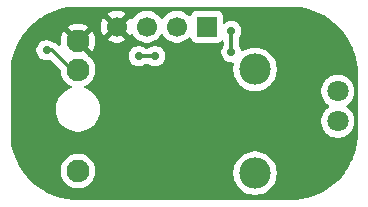
<source format=gbr>
%TF.GenerationSoftware,KiCad,Pcbnew,9.0.3*%
%TF.CreationDate,2025-07-12T05:08:50-07:00*%
%TF.ProjectId,biased-CV-input,62696173-6564-42d4-9356-2d696e707574,rev?*%
%TF.SameCoordinates,Original*%
%TF.FileFunction,Copper,L2,Bot*%
%TF.FilePolarity,Positive*%
%FSLAX46Y46*%
G04 Gerber Fmt 4.6, Leading zero omitted, Abs format (unit mm)*
G04 Created by KiCad (PCBNEW 9.0.3) date 2025-07-12 05:08:50*
%MOMM*%
%LPD*%
G01*
G04 APERTURE LIST*
%TA.AperFunction,ComponentPad*%
%ADD10R,1.700000X1.700000*%
%TD*%
%TA.AperFunction,ComponentPad*%
%ADD11C,1.700000*%
%TD*%
%TA.AperFunction,ComponentPad*%
%ADD12C,1.930400*%
%TD*%
%TA.AperFunction,ComponentPad*%
%ADD13C,1.803400*%
%TD*%
%TA.AperFunction,ComponentPad*%
%ADD14C,2.667000*%
%TD*%
%TA.AperFunction,ViaPad*%
%ADD15C,0.700000*%
%TD*%
%TA.AperFunction,ViaPad*%
%ADD16C,0.600000*%
%TD*%
%TA.AperFunction,Conductor*%
%ADD17C,0.300000*%
%TD*%
G04 APERTURE END LIST*
D10*
%TO.P,J2,1,Pin_1*%
%TO.N,+3.3V*%
X121920000Y-62000000D03*
D11*
%TO.P,J2,2,Pin_2*%
%TO.N,/JACK_DETECT*%
X119380000Y-62000000D03*
%TO.P,J2,3,Pin_3*%
%TO.N,/CV*%
X116840000Y-62000000D03*
%TO.P,J2,4,Pin_4*%
%TO.N,GND*%
X114300000Y-62000000D03*
%TD*%
D12*
%TO.P,J1,1,SIG*%
%TO.N,Net-(D1-COM)*%
X111000000Y-74207000D03*
%TO.P,J1,2,SHEILD*%
%TO.N,GND*%
X111000000Y-63234200D03*
%TO.P,J1,3,SW*%
%TO.N,Net-(J1-SW)*%
X111000000Y-65647200D03*
%TD*%
D13*
%TO.P,RV2,1,1*%
%TO.N,+3.3V*%
X133012243Y-67460163D03*
%TO.P,RV2,2,2*%
%TO.N,Net-(R1-Pad1)*%
X133012243Y-70000163D03*
%TO.P,RV2,3,3*%
%TO.N,GND*%
X133012243Y-72540163D03*
D14*
%TO.P,RV2,4*%
%TO.N,N/C*%
X126001843Y-65605963D03*
%TO.P,RV2,5*%
X126001843Y-74394363D03*
%TD*%
D15*
%TO.N,/CV*%
X124000000Y-62376000D03*
X124000000Y-64176000D03*
D16*
%TO.N,GND*%
X113500000Y-64000000D03*
D15*
X130500000Y-62000000D03*
D16*
X132500000Y-74500000D03*
X128500000Y-75500000D03*
X106500000Y-68000000D03*
X123500000Y-71500000D03*
X132500000Y-63000000D03*
D15*
X112000000Y-72500000D03*
D16*
X123500000Y-75500000D03*
D15*
X106500000Y-63500000D03*
D16*
X120500000Y-71500000D03*
X113000000Y-66500000D03*
X110000000Y-72000000D03*
X123000000Y-66000000D03*
X116500000Y-71500000D03*
X128000000Y-66500000D03*
X118500000Y-75500000D03*
X108500000Y-61500000D03*
D15*
X124500000Y-70500000D03*
X129500000Y-64176000D03*
%TO.N,Net-(J1-SW)*%
X108346832Y-64000000D03*
%TO.N,/JACK_DETECT*%
X116140000Y-64500000D03*
X117540000Y-64500000D03*
%TD*%
D17*
%TO.N,/CV*%
X124000000Y-64176000D02*
X124000000Y-62376000D01*
%TO.N,Net-(J1-SW)*%
X108846832Y-64000000D02*
X110494032Y-65647200D01*
X108346832Y-64000000D02*
X108846832Y-64000000D01*
X110494032Y-65647200D02*
X111000000Y-65647200D01*
%TO.N,/JACK_DETECT*%
X116140000Y-64500000D02*
X117540000Y-64500000D01*
%TD*%
%TA.AperFunction,Conductor*%
%TO.N,GND*%
G36*
X129002443Y-60300596D02*
G01*
X129442304Y-60317878D01*
X129451999Y-60318640D01*
X129886780Y-60370099D01*
X129896376Y-60371620D01*
X130325764Y-60457031D01*
X130335195Y-60459295D01*
X130756553Y-60578130D01*
X130765787Y-60581130D01*
X131176534Y-60732663D01*
X131185528Y-60736389D01*
X131583092Y-60919667D01*
X131591768Y-60924088D01*
X131973734Y-61138000D01*
X131982036Y-61143087D01*
X132205172Y-61292182D01*
X132306360Y-61359794D01*
X132346031Y-61386301D01*
X132353905Y-61392022D01*
X132697711Y-61663056D01*
X132705102Y-61669369D01*
X133026583Y-61966543D01*
X133033456Y-61973416D01*
X133176283Y-62127925D01*
X133330625Y-62294891D01*
X133336945Y-62302291D01*
X133507321Y-62518412D01*
X133607975Y-62646091D01*
X133613698Y-62653968D01*
X133856912Y-63017963D01*
X133861999Y-63026265D01*
X134075911Y-63408231D01*
X134080332Y-63416907D01*
X134263610Y-63814471D01*
X134267336Y-63823465D01*
X134418865Y-64234199D01*
X134421873Y-64243460D01*
X134540699Y-64664787D01*
X134542972Y-64674254D01*
X134628377Y-65103613D01*
X134629901Y-65113230D01*
X134681358Y-65547995D01*
X134682121Y-65557700D01*
X134699404Y-65997555D01*
X134699500Y-66002424D01*
X134699500Y-70997575D01*
X134699404Y-71002444D01*
X134682121Y-71442299D01*
X134681358Y-71452004D01*
X134629901Y-71886769D01*
X134628377Y-71896386D01*
X134542972Y-72325745D01*
X134540699Y-72335212D01*
X134421873Y-72756539D01*
X134418865Y-72765800D01*
X134267336Y-73176534D01*
X134263610Y-73185528D01*
X134080332Y-73583092D01*
X134075911Y-73591768D01*
X133861999Y-73973734D01*
X133856912Y-73982036D01*
X133613698Y-74346031D01*
X133607975Y-74353908D01*
X133336948Y-74697705D01*
X133330625Y-74705108D01*
X133033462Y-75026577D01*
X133026577Y-75033462D01*
X132705108Y-75330625D01*
X132697705Y-75336948D01*
X132353908Y-75607975D01*
X132346031Y-75613698D01*
X131982036Y-75856912D01*
X131973734Y-75861999D01*
X131591768Y-76075911D01*
X131583092Y-76080332D01*
X131185528Y-76263610D01*
X131176534Y-76267336D01*
X130765800Y-76418865D01*
X130756539Y-76421873D01*
X130335212Y-76540699D01*
X130325745Y-76542972D01*
X129896386Y-76628377D01*
X129886769Y-76629901D01*
X129452004Y-76681358D01*
X129442299Y-76682121D01*
X129018672Y-76698766D01*
X129002442Y-76699404D01*
X128997575Y-76699500D01*
X111002425Y-76699500D01*
X110997557Y-76699404D01*
X110980399Y-76698729D01*
X110557700Y-76682121D01*
X110547995Y-76681358D01*
X110113230Y-76629901D01*
X110103613Y-76628377D01*
X109674254Y-76542972D01*
X109664787Y-76540699D01*
X109243460Y-76421873D01*
X109234199Y-76418865D01*
X108823465Y-76267336D01*
X108814471Y-76263610D01*
X108416907Y-76080332D01*
X108408231Y-76075911D01*
X108026265Y-75861999D01*
X108017963Y-75856912D01*
X107653968Y-75613698D01*
X107646091Y-75607975D01*
X107401893Y-75415465D01*
X107302291Y-75336945D01*
X107294891Y-75330625D01*
X107288777Y-75324973D01*
X106973416Y-75033456D01*
X106966543Y-75026583D01*
X106669369Y-74705102D01*
X106663051Y-74697705D01*
X106518687Y-74514580D01*
X106392022Y-74353905D01*
X106386301Y-74346031D01*
X106259103Y-74155666D01*
X106216327Y-74091647D01*
X109534300Y-74091647D01*
X109534300Y-74322352D01*
X109570390Y-74550219D01*
X109612320Y-74679264D01*
X109641683Y-74769633D01*
X109746421Y-74975194D01*
X109882027Y-75161839D01*
X110045161Y-75324973D01*
X110231806Y-75460579D01*
X110437367Y-75565317D01*
X110614850Y-75622984D01*
X110656780Y-75636609D01*
X110770714Y-75654654D01*
X110884647Y-75672700D01*
X110884648Y-75672700D01*
X111115352Y-75672700D01*
X111115353Y-75672700D01*
X111343219Y-75636609D01*
X111562633Y-75565317D01*
X111768194Y-75460579D01*
X111954839Y-75324973D01*
X112117973Y-75161839D01*
X112253579Y-74975194D01*
X112358317Y-74769633D01*
X112429609Y-74550219D01*
X112465700Y-74322353D01*
X112465700Y-74274162D01*
X124167843Y-74274162D01*
X124167843Y-74514563D01*
X124167844Y-74514580D01*
X124199222Y-74752922D01*
X124261448Y-74985152D01*
X124353447Y-75207257D01*
X124353452Y-75207268D01*
X124473651Y-75415457D01*
X124473662Y-75415473D01*
X124620008Y-75606196D01*
X124620014Y-75606203D01*
X124790002Y-75776191D01*
X124790009Y-75776197D01*
X124898733Y-75859623D01*
X124980741Y-75922550D01*
X124980748Y-75922554D01*
X125188937Y-76042753D01*
X125188942Y-76042755D01*
X125188945Y-76042757D01*
X125411058Y-76134759D01*
X125643280Y-76196983D01*
X125881636Y-76228363D01*
X125881643Y-76228363D01*
X126122043Y-76228363D01*
X126122050Y-76228363D01*
X126360406Y-76196983D01*
X126592628Y-76134759D01*
X126814741Y-76042757D01*
X127022945Y-75922550D01*
X127213678Y-75776196D01*
X127383676Y-75606198D01*
X127530030Y-75415465D01*
X127650237Y-75207261D01*
X127742239Y-74985148D01*
X127804463Y-74752926D01*
X127835843Y-74514570D01*
X127835843Y-74274156D01*
X127804463Y-74035800D01*
X127742239Y-73803578D01*
X127650237Y-73581465D01*
X127650235Y-73581462D01*
X127650233Y-73581457D01*
X127530034Y-73373268D01*
X127530030Y-73373261D01*
X127383676Y-73182528D01*
X127383671Y-73182522D01*
X127213683Y-73012534D01*
X127213676Y-73012528D01*
X127022953Y-72866182D01*
X127022951Y-72866180D01*
X127022945Y-72866176D01*
X127022940Y-72866173D01*
X127022937Y-72866171D01*
X126814748Y-72745972D01*
X126814737Y-72745967D01*
X126592632Y-72653968D01*
X126360402Y-72591742D01*
X126122060Y-72560364D01*
X126122055Y-72560363D01*
X126122050Y-72560363D01*
X125881636Y-72560363D01*
X125881630Y-72560363D01*
X125881625Y-72560364D01*
X125643283Y-72591742D01*
X125411053Y-72653968D01*
X125188948Y-72745967D01*
X125188937Y-72745972D01*
X124980748Y-72866171D01*
X124980732Y-72866182D01*
X124790009Y-73012528D01*
X124790002Y-73012534D01*
X124620014Y-73182522D01*
X124620008Y-73182529D01*
X124473662Y-73373252D01*
X124473651Y-73373268D01*
X124353452Y-73581457D01*
X124353447Y-73581468D01*
X124261448Y-73803573D01*
X124199222Y-74035803D01*
X124167844Y-74274145D01*
X124167843Y-74274162D01*
X112465700Y-74274162D01*
X112465700Y-74091647D01*
X112429609Y-73863781D01*
X112358317Y-73644367D01*
X112253579Y-73438806D01*
X112117973Y-73252161D01*
X111954839Y-73089027D01*
X111768194Y-72953421D01*
X111562633Y-72848683D01*
X111472264Y-72819320D01*
X111343219Y-72777390D01*
X111144819Y-72745967D01*
X111115353Y-72741300D01*
X110884647Y-72741300D01*
X110857239Y-72745641D01*
X110656780Y-72777390D01*
X110485805Y-72832944D01*
X110437367Y-72848683D01*
X110437364Y-72848684D01*
X110437362Y-72848685D01*
X110231805Y-72953421D01*
X110150444Y-73012534D01*
X110045161Y-73089027D01*
X110045159Y-73089029D01*
X110045158Y-73089029D01*
X109882029Y-73252158D01*
X109882029Y-73252159D01*
X109882027Y-73252161D01*
X109823789Y-73332317D01*
X109746421Y-73438805D01*
X109641685Y-73644362D01*
X109570390Y-73863780D01*
X109534300Y-74091647D01*
X106216327Y-74091647D01*
X106143087Y-73982036D01*
X106138000Y-73973734D01*
X105924088Y-73591768D01*
X105919667Y-73583092D01*
X105736389Y-73185528D01*
X105732663Y-73176534D01*
X105581130Y-72765787D01*
X105578130Y-72756553D01*
X105459295Y-72335195D01*
X105457031Y-72325764D01*
X105371620Y-71896376D01*
X105370098Y-71886769D01*
X105348694Y-71705926D01*
X105318640Y-71451999D01*
X105317878Y-71442298D01*
X105314952Y-71367836D01*
X105300596Y-71002443D01*
X105300500Y-70997575D01*
X105300500Y-66002424D01*
X105300596Y-65997556D01*
X105309829Y-65762553D01*
X105317878Y-65557693D01*
X105318641Y-65547995D01*
X105370100Y-65113215D01*
X105371619Y-65103627D01*
X105457032Y-64674230D01*
X105459294Y-64664810D01*
X105578132Y-64243438D01*
X105581127Y-64234219D01*
X105698440Y-63916228D01*
X107496332Y-63916228D01*
X107496332Y-64083771D01*
X107529014Y-64248074D01*
X107529016Y-64248082D01*
X107593127Y-64402860D01*
X107686205Y-64542162D01*
X107804669Y-64660626D01*
X107890778Y-64718162D01*
X107943969Y-64753703D01*
X108098750Y-64817816D01*
X108263060Y-64850499D01*
X108263064Y-64850500D01*
X108263065Y-64850500D01*
X108430600Y-64850500D01*
X108430601Y-64850499D01*
X108594914Y-64817816D01*
X108624279Y-64805651D01*
X108693747Y-64798180D01*
X108756227Y-64829453D01*
X108759416Y-64832530D01*
X109497981Y-65571095D01*
X109531466Y-65632418D01*
X109534300Y-65658776D01*
X109534300Y-65762552D01*
X109570390Y-65990419D01*
X109592337Y-66057963D01*
X109641683Y-66209833D01*
X109746421Y-66415394D01*
X109882027Y-66602039D01*
X110045161Y-66765173D01*
X110231806Y-66900779D01*
X110412038Y-66992611D01*
X110462834Y-67040585D01*
X110479629Y-67108406D01*
X110457092Y-67174541D01*
X110402377Y-67217993D01*
X110396155Y-67220309D01*
X110168788Y-67314489D01*
X110168787Y-67314490D01*
X109955904Y-67437398D01*
X109760877Y-67587047D01*
X109760870Y-67587053D01*
X109587053Y-67760870D01*
X109587047Y-67760877D01*
X109437398Y-67955904D01*
X109314490Y-68168787D01*
X109314489Y-68168788D01*
X109220414Y-68395904D01*
X109220409Y-68395917D01*
X109184562Y-68529703D01*
X109157730Y-68629845D01*
X109156788Y-68633359D01*
X109156785Y-68633372D01*
X109124701Y-68877076D01*
X109124700Y-68877092D01*
X109124700Y-69122907D01*
X109124701Y-69122923D01*
X109156785Y-69366627D01*
X109156786Y-69366632D01*
X109156787Y-69366638D01*
X109220411Y-69604089D01*
X109245981Y-69665820D01*
X109314489Y-69831211D01*
X109314490Y-69831212D01*
X109437398Y-70044095D01*
X109587047Y-70239122D01*
X109587053Y-70239129D01*
X109760870Y-70412946D01*
X109760877Y-70412952D01*
X109955904Y-70562601D01*
X110168787Y-70685509D01*
X110168788Y-70685510D01*
X110168791Y-70685511D01*
X110168796Y-70685514D01*
X110395911Y-70779589D01*
X110633362Y-70843213D01*
X110877086Y-70875300D01*
X110877093Y-70875300D01*
X111122907Y-70875300D01*
X111122914Y-70875300D01*
X111366638Y-70843213D01*
X111604089Y-70779589D01*
X111831204Y-70685514D01*
X112044096Y-70562601D01*
X112239124Y-70412951D01*
X112412951Y-70239124D01*
X112562601Y-70044096D01*
X112685514Y-69831204D01*
X112779589Y-69604089D01*
X112843213Y-69366638D01*
X112875300Y-69122914D01*
X112875300Y-68877086D01*
X112843213Y-68633362D01*
X112779589Y-68395911D01*
X112685514Y-68168796D01*
X112685511Y-68168791D01*
X112685510Y-68168788D01*
X112685509Y-68168787D01*
X112562601Y-67955904D01*
X112412952Y-67760877D01*
X112412946Y-67760870D01*
X112239129Y-67587053D01*
X112239122Y-67587047D01*
X112044095Y-67437398D01*
X111831212Y-67314490D01*
X111831211Y-67314489D01*
X111831204Y-67314486D01*
X111604089Y-67220411D01*
X111604086Y-67220410D01*
X111600339Y-67218858D01*
X111600720Y-67217936D01*
X111547230Y-67180309D01*
X111520888Y-67115596D01*
X111533714Y-67046913D01*
X111581637Y-66996069D01*
X111587953Y-66992615D01*
X111768194Y-66900779D01*
X111954839Y-66765173D01*
X112117973Y-66602039D01*
X112253579Y-66415394D01*
X112358317Y-66209833D01*
X112429609Y-65990419D01*
X112465700Y-65762553D01*
X112465700Y-65531847D01*
X112436977Y-65350499D01*
X112429609Y-65303980D01*
X112411224Y-65247399D01*
X112358317Y-65084567D01*
X112253579Y-64879006D01*
X112117973Y-64692361D01*
X111954839Y-64529227D01*
X111899112Y-64488739D01*
X111885671Y-64471308D01*
X111884614Y-64472366D01*
X111828476Y-64416228D01*
X115289500Y-64416228D01*
X115289500Y-64583771D01*
X115322182Y-64748074D01*
X115322184Y-64748082D01*
X115386295Y-64902860D01*
X115479373Y-65042162D01*
X115597837Y-65160626D01*
X115690494Y-65222537D01*
X115737137Y-65253703D01*
X115891918Y-65317816D01*
X116056228Y-65350499D01*
X116056232Y-65350500D01*
X116056233Y-65350500D01*
X116223768Y-65350500D01*
X116223769Y-65350499D01*
X116388082Y-65317816D01*
X116542863Y-65253703D01*
X116666041Y-65171398D01*
X116684087Y-65165747D01*
X116699997Y-65155523D01*
X116730958Y-65151071D01*
X116732719Y-65150520D01*
X116734932Y-65150500D01*
X116945068Y-65150500D01*
X117012107Y-65170185D01*
X117013959Y-65171398D01*
X117066205Y-65206307D01*
X117137137Y-65253703D01*
X117291918Y-65317816D01*
X117456228Y-65350499D01*
X117456232Y-65350500D01*
X117456233Y-65350500D01*
X117623768Y-65350500D01*
X117623769Y-65350499D01*
X117788082Y-65317816D01*
X117942863Y-65253703D01*
X118082162Y-65160626D01*
X118200626Y-65042162D01*
X118293703Y-64902863D01*
X118357816Y-64748082D01*
X118390500Y-64583767D01*
X118390500Y-64416233D01*
X118357816Y-64251918D01*
X118293703Y-64097137D01*
X118228057Y-63998891D01*
X118200626Y-63957837D01*
X118082162Y-63839373D01*
X117942860Y-63746295D01*
X117788082Y-63682184D01*
X117788074Y-63682182D01*
X117623771Y-63649500D01*
X117623767Y-63649500D01*
X117456233Y-63649500D01*
X117456228Y-63649500D01*
X117291925Y-63682182D01*
X117291917Y-63682184D01*
X117137139Y-63746295D01*
X117013959Y-63828602D01*
X116995912Y-63834252D01*
X116980003Y-63844477D01*
X116949041Y-63848928D01*
X116947281Y-63849480D01*
X116945068Y-63849500D01*
X116734932Y-63849500D01*
X116667893Y-63829815D01*
X116666041Y-63828602D01*
X116542860Y-63746295D01*
X116388082Y-63682184D01*
X116388074Y-63682182D01*
X116223771Y-63649500D01*
X116223767Y-63649500D01*
X116056233Y-63649500D01*
X116056228Y-63649500D01*
X115891925Y-63682182D01*
X115891917Y-63682184D01*
X115737139Y-63746295D01*
X115597837Y-63839373D01*
X115479373Y-63957837D01*
X115386295Y-64097139D01*
X115322184Y-64251917D01*
X115322182Y-64251925D01*
X115289500Y-64416228D01*
X111828476Y-64416228D01*
X111084093Y-63671847D01*
X111171571Y-63648408D01*
X111272930Y-63589889D01*
X111355689Y-63507130D01*
X111414208Y-63405771D01*
X111437647Y-63318295D01*
X112197744Y-64078392D01*
X112197744Y-64078391D01*
X112253151Y-64002130D01*
X112253155Y-64002124D01*
X112357852Y-63796646D01*
X112429122Y-63577302D01*
X112465200Y-63349519D01*
X112465200Y-63118881D01*
X112460215Y-63087410D01*
X112460215Y-63087409D01*
X112429122Y-62891097D01*
X112357852Y-62671753D01*
X112253151Y-62466267D01*
X112197744Y-62390007D01*
X112197744Y-62390006D01*
X111437647Y-63150104D01*
X111414208Y-63062629D01*
X111355689Y-62961270D01*
X111272930Y-62878511D01*
X111171571Y-62819992D01*
X111084093Y-62796552D01*
X111844192Y-62036454D01*
X111844191Y-62036452D01*
X111779152Y-61989199D01*
X111767936Y-61981050D01*
X111596607Y-61893753D01*
X112950000Y-61893753D01*
X112950000Y-62106246D01*
X112983242Y-62316127D01*
X112983242Y-62316130D01*
X113048904Y-62518217D01*
X113145375Y-62707550D01*
X113184728Y-62761716D01*
X113817037Y-62129408D01*
X113834075Y-62192993D01*
X113899901Y-62307007D01*
X113992993Y-62400099D01*
X114107007Y-62465925D01*
X114170590Y-62482962D01*
X113538282Y-63115269D01*
X113538282Y-63115270D01*
X113592449Y-63154624D01*
X113781782Y-63251095D01*
X113983870Y-63316757D01*
X114193754Y-63350000D01*
X114406246Y-63350000D01*
X114616127Y-63316757D01*
X114616130Y-63316757D01*
X114818217Y-63251095D01*
X115007554Y-63154622D01*
X115061716Y-63115270D01*
X115061717Y-63115270D01*
X114429408Y-62482962D01*
X114492993Y-62465925D01*
X114607007Y-62400099D01*
X114700099Y-62307007D01*
X114765925Y-62192993D01*
X114782962Y-62129408D01*
X115415270Y-62761717D01*
X115415270Y-62761716D01*
X115454622Y-62707555D01*
X115459232Y-62698507D01*
X115507205Y-62647709D01*
X115575025Y-62630912D01*
X115641161Y-62653447D01*
X115680204Y-62698504D01*
X115684949Y-62707817D01*
X115809890Y-62879786D01*
X115960213Y-63030109D01*
X116132179Y-63155048D01*
X116132181Y-63155049D01*
X116132184Y-63155051D01*
X116321588Y-63251557D01*
X116523757Y-63317246D01*
X116733713Y-63350500D01*
X116733714Y-63350500D01*
X116946286Y-63350500D01*
X116946287Y-63350500D01*
X117156243Y-63317246D01*
X117358412Y-63251557D01*
X117547816Y-63155051D01*
X117597600Y-63118881D01*
X117719786Y-63030109D01*
X117719788Y-63030106D01*
X117719792Y-63030104D01*
X117870104Y-62879792D01*
X117870106Y-62879788D01*
X117870109Y-62879786D01*
X117995048Y-62707820D01*
X117995050Y-62707817D01*
X117995051Y-62707816D01*
X117999514Y-62699054D01*
X118047488Y-62648259D01*
X118115308Y-62631463D01*
X118181444Y-62653999D01*
X118220486Y-62699056D01*
X118224951Y-62707820D01*
X118349890Y-62879786D01*
X118500213Y-63030109D01*
X118672179Y-63155048D01*
X118672181Y-63155049D01*
X118672184Y-63155051D01*
X118861588Y-63251557D01*
X119063757Y-63317246D01*
X119273713Y-63350500D01*
X119273714Y-63350500D01*
X119486286Y-63350500D01*
X119486287Y-63350500D01*
X119696243Y-63317246D01*
X119898412Y-63251557D01*
X120087816Y-63155051D01*
X120259792Y-63030104D01*
X120373329Y-62916566D01*
X120434648Y-62883084D01*
X120504340Y-62888068D01*
X120560274Y-62929939D01*
X120577189Y-62960917D01*
X120626202Y-63092328D01*
X120626206Y-63092335D01*
X120712452Y-63207544D01*
X120712455Y-63207547D01*
X120827664Y-63293793D01*
X120827671Y-63293797D01*
X120962517Y-63344091D01*
X120962516Y-63344091D01*
X120969444Y-63344835D01*
X121022127Y-63350500D01*
X122817872Y-63350499D01*
X122877483Y-63344091D01*
X123012331Y-63293796D01*
X123127546Y-63207546D01*
X123127548Y-63207542D01*
X123133817Y-63201275D01*
X123135159Y-63202617D01*
X123182167Y-63167428D01*
X123251859Y-63162444D01*
X123313182Y-63195929D01*
X123346666Y-63257252D01*
X123349500Y-63283610D01*
X123349500Y-63581068D01*
X123329815Y-63648107D01*
X123328602Y-63649959D01*
X123246295Y-63773139D01*
X123182184Y-63927917D01*
X123182182Y-63927925D01*
X123149500Y-64092228D01*
X123149500Y-64259771D01*
X123182182Y-64424074D01*
X123182184Y-64424082D01*
X123246295Y-64578860D01*
X123339373Y-64718162D01*
X123457837Y-64836626D01*
X123521262Y-64879005D01*
X123597137Y-64929703D01*
X123751918Y-64993816D01*
X123915700Y-65026394D01*
X123916228Y-65026499D01*
X123916232Y-65026500D01*
X123916233Y-65026500D01*
X124083762Y-65026500D01*
X124083767Y-65026500D01*
X124083771Y-65026499D01*
X124084837Y-65026394D01*
X124085396Y-65026500D01*
X124089859Y-65026500D01*
X124089859Y-65027345D01*
X124153484Y-65039407D01*
X124204198Y-65087468D01*
X124220878Y-65155318D01*
X124216776Y-65181888D01*
X124199223Y-65247399D01*
X124199223Y-65247400D01*
X124167844Y-65485745D01*
X124167843Y-65485762D01*
X124167843Y-65726163D01*
X124167844Y-65726180D01*
X124198684Y-65960438D01*
X124199223Y-65964526D01*
X124230335Y-66080637D01*
X124261448Y-66196752D01*
X124353447Y-66418857D01*
X124353452Y-66418868D01*
X124473651Y-66627057D01*
X124473662Y-66627073D01*
X124620008Y-66817796D01*
X124620014Y-66817803D01*
X124790002Y-66987791D01*
X124790009Y-66987797D01*
X124858804Y-67040585D01*
X124980741Y-67134150D01*
X124980748Y-67134154D01*
X125188937Y-67254353D01*
X125188942Y-67254355D01*
X125188945Y-67254357D01*
X125411058Y-67346359D01*
X125643280Y-67408583D01*
X125881636Y-67439963D01*
X125881643Y-67439963D01*
X126122043Y-67439963D01*
X126122050Y-67439963D01*
X126360406Y-67408583D01*
X126579760Y-67349807D01*
X131610043Y-67349807D01*
X131610043Y-67570518D01*
X131644570Y-67788513D01*
X131712771Y-67998418D01*
X131712772Y-67998421D01*
X131799584Y-68168796D01*
X131812974Y-68195076D01*
X131942705Y-68373635D01*
X132098771Y-68529701D01*
X132227485Y-68623218D01*
X132236607Y-68629845D01*
X132279272Y-68685175D01*
X132285251Y-68754789D01*
X132252645Y-68816584D01*
X132236606Y-68830481D01*
X132098771Y-68930625D01*
X132098769Y-68930627D01*
X132098768Y-68930627D01*
X131942707Y-69086688D01*
X131942707Y-69086689D01*
X131942705Y-69086691D01*
X131916381Y-69122923D01*
X131812974Y-69265249D01*
X131712772Y-69461904D01*
X131712771Y-69461907D01*
X131644570Y-69671812D01*
X131610043Y-69889807D01*
X131610043Y-70110518D01*
X131644570Y-70328513D01*
X131712771Y-70538418D01*
X131712772Y-70538421D01*
X131787718Y-70685509D01*
X131812974Y-70735076D01*
X131942705Y-70913635D01*
X132098771Y-71069701D01*
X132277330Y-71199432D01*
X132348604Y-71235748D01*
X132473984Y-71299633D01*
X132473987Y-71299634D01*
X132578939Y-71333734D01*
X132683894Y-71367836D01*
X132901887Y-71402363D01*
X132901888Y-71402363D01*
X133122598Y-71402363D01*
X133122599Y-71402363D01*
X133340592Y-71367836D01*
X133550501Y-71299633D01*
X133747156Y-71199432D01*
X133925715Y-71069701D01*
X134081781Y-70913635D01*
X134211512Y-70735076D01*
X134311713Y-70538421D01*
X134379916Y-70328512D01*
X134414443Y-70110519D01*
X134414443Y-69889807D01*
X134379916Y-69671814D01*
X134311713Y-69461905D01*
X134311713Y-69461904D01*
X134260657Y-69361703D01*
X134211512Y-69265250D01*
X134081781Y-69086691D01*
X133925715Y-68930625D01*
X133787879Y-68830481D01*
X133745213Y-68775151D01*
X133739234Y-68705538D01*
X133771840Y-68643743D01*
X133787879Y-68629845D01*
X133796188Y-68623808D01*
X133925715Y-68529701D01*
X134081781Y-68373635D01*
X134211512Y-68195076D01*
X134311713Y-67998421D01*
X134379916Y-67788512D01*
X134414443Y-67570519D01*
X134414443Y-67349807D01*
X134379916Y-67131814D01*
X134334687Y-66992611D01*
X134311714Y-66921907D01*
X134311713Y-66921904D01*
X134211511Y-66725249D01*
X134081781Y-66546691D01*
X133925715Y-66390625D01*
X133747156Y-66260894D01*
X133550501Y-66160692D01*
X133550498Y-66160691D01*
X133340593Y-66092490D01*
X133231595Y-66075226D01*
X133122599Y-66057963D01*
X132901887Y-66057963D01*
X132829222Y-66069472D01*
X132683892Y-66092490D01*
X132473987Y-66160691D01*
X132473984Y-66160692D01*
X132277329Y-66260894D01*
X132175455Y-66334910D01*
X132098771Y-66390625D01*
X132098769Y-66390627D01*
X132098768Y-66390627D01*
X131942707Y-66546688D01*
X131942707Y-66546689D01*
X131942705Y-66546691D01*
X131902492Y-66602039D01*
X131812974Y-66725249D01*
X131712772Y-66921904D01*
X131712771Y-66921907D01*
X131644570Y-67131812D01*
X131610043Y-67349807D01*
X126579760Y-67349807D01*
X126592628Y-67346359D01*
X126814741Y-67254357D01*
X126814748Y-67254353D01*
X126843856Y-67237548D01*
X126932316Y-67186474D01*
X127022945Y-67134150D01*
X127213678Y-66987796D01*
X127383676Y-66817798D01*
X127530030Y-66627065D01*
X127650237Y-66418861D01*
X127742239Y-66196748D01*
X127804463Y-65964526D01*
X127835843Y-65726170D01*
X127835843Y-65485756D01*
X127804463Y-65247400D01*
X127742239Y-65015178D01*
X127650237Y-64793065D01*
X127650235Y-64793062D01*
X127650233Y-64793057D01*
X127530034Y-64584868D01*
X127530030Y-64584861D01*
X127442898Y-64471308D01*
X127383677Y-64394129D01*
X127383671Y-64394122D01*
X127213683Y-64224134D01*
X127213676Y-64224128D01*
X127022953Y-64077782D01*
X127022951Y-64077780D01*
X127022945Y-64077776D01*
X127022940Y-64077773D01*
X127022937Y-64077771D01*
X126814748Y-63957572D01*
X126814737Y-63957567D01*
X126592632Y-63865568D01*
X126360402Y-63803342D01*
X126122060Y-63771964D01*
X126122055Y-63771963D01*
X126122050Y-63771963D01*
X125881636Y-63771963D01*
X125881630Y-63771963D01*
X125881625Y-63771964D01*
X125643283Y-63803342D01*
X125411053Y-63865568D01*
X125188948Y-63957567D01*
X125188937Y-63957572D01*
X125011195Y-64060192D01*
X124943295Y-64076665D01*
X124877268Y-64053812D01*
X124834077Y-63998891D01*
X124827579Y-63977004D01*
X124817816Y-63927918D01*
X124753703Y-63773137D01*
X124671398Y-63649959D01*
X124650520Y-63583281D01*
X124650500Y-63581068D01*
X124650500Y-62970931D01*
X124670185Y-62903892D01*
X124671398Y-62902040D01*
X124753703Y-62778863D01*
X124817816Y-62624082D01*
X124850500Y-62459767D01*
X124850500Y-62292233D01*
X124817816Y-62127918D01*
X124756981Y-61981050D01*
X124753704Y-61973139D01*
X124660626Y-61833837D01*
X124542162Y-61715373D01*
X124402860Y-61622295D01*
X124248082Y-61558184D01*
X124248074Y-61558182D01*
X124083771Y-61525500D01*
X124083767Y-61525500D01*
X123916233Y-61525500D01*
X123916228Y-61525500D01*
X123751925Y-61558182D01*
X123751917Y-61558184D01*
X123597140Y-61622295D01*
X123463389Y-61711664D01*
X123396712Y-61732541D01*
X123329332Y-61714056D01*
X123282642Y-61662077D01*
X123270499Y-61608561D01*
X123270499Y-61102129D01*
X123270498Y-61102123D01*
X123264091Y-61042516D01*
X123213797Y-60907671D01*
X123213793Y-60907664D01*
X123127547Y-60792455D01*
X123127544Y-60792452D01*
X123012335Y-60706206D01*
X123012328Y-60706202D01*
X122877482Y-60655908D01*
X122877483Y-60655908D01*
X122817883Y-60649501D01*
X122817881Y-60649500D01*
X122817873Y-60649500D01*
X122817864Y-60649500D01*
X121022129Y-60649500D01*
X121022123Y-60649501D01*
X120962516Y-60655908D01*
X120827671Y-60706202D01*
X120827664Y-60706206D01*
X120712455Y-60792452D01*
X120712452Y-60792455D01*
X120626206Y-60907664D01*
X120626203Y-60907669D01*
X120577189Y-61039083D01*
X120535317Y-61095016D01*
X120469853Y-61119433D01*
X120401580Y-61104581D01*
X120373326Y-61083430D01*
X120259786Y-60969890D01*
X120087820Y-60844951D01*
X119898414Y-60748444D01*
X119898413Y-60748443D01*
X119898412Y-60748443D01*
X119696243Y-60682754D01*
X119696241Y-60682753D01*
X119696240Y-60682753D01*
X119534957Y-60657208D01*
X119486287Y-60649500D01*
X119273713Y-60649500D01*
X119225042Y-60657208D01*
X119063760Y-60682753D01*
X118861585Y-60748444D01*
X118672179Y-60844951D01*
X118500213Y-60969890D01*
X118349890Y-61120213D01*
X118224949Y-61292182D01*
X118220484Y-61300946D01*
X118172509Y-61351742D01*
X118104688Y-61368536D01*
X118038553Y-61345998D01*
X117999516Y-61300946D01*
X117995050Y-61292182D01*
X117870109Y-61120213D01*
X117719786Y-60969890D01*
X117547820Y-60844951D01*
X117358414Y-60748444D01*
X117358413Y-60748443D01*
X117358412Y-60748443D01*
X117156243Y-60682754D01*
X117156241Y-60682753D01*
X117156240Y-60682753D01*
X116994957Y-60657208D01*
X116946287Y-60649500D01*
X116733713Y-60649500D01*
X116685042Y-60657208D01*
X116523760Y-60682753D01*
X116321585Y-60748444D01*
X116132179Y-60844951D01*
X115960213Y-60969890D01*
X115809890Y-61120213D01*
X115684949Y-61292182D01*
X115680202Y-61301499D01*
X115632227Y-61352293D01*
X115564405Y-61369087D01*
X115498271Y-61346548D01*
X115459234Y-61301495D01*
X115454626Y-61292452D01*
X115415270Y-61238282D01*
X115415269Y-61238282D01*
X114782962Y-61870590D01*
X114765925Y-61807007D01*
X114700099Y-61692993D01*
X114607007Y-61599901D01*
X114492993Y-61534075D01*
X114429409Y-61517037D01*
X115061716Y-60884728D01*
X115007550Y-60845375D01*
X114818217Y-60748904D01*
X114616129Y-60683242D01*
X114406246Y-60650000D01*
X114193754Y-60650000D01*
X113983872Y-60683242D01*
X113983869Y-60683242D01*
X113781782Y-60748904D01*
X113592439Y-60845380D01*
X113538282Y-60884727D01*
X113538282Y-60884728D01*
X114170591Y-61517037D01*
X114107007Y-61534075D01*
X113992993Y-61599901D01*
X113899901Y-61692993D01*
X113834075Y-61807007D01*
X113817037Y-61870591D01*
X113184728Y-61238282D01*
X113184727Y-61238282D01*
X113145380Y-61292439D01*
X113048904Y-61481782D01*
X112983242Y-61683869D01*
X112983242Y-61683872D01*
X112950000Y-61893753D01*
X111596607Y-61893753D01*
X111562446Y-61876347D01*
X111343102Y-61805077D01*
X111115319Y-61769000D01*
X110884681Y-61769000D01*
X110656897Y-61805077D01*
X110437553Y-61876347D01*
X110232069Y-61981047D01*
X110155807Y-62036454D01*
X110915906Y-62796552D01*
X110828429Y-62819992D01*
X110727070Y-62878511D01*
X110644311Y-62961270D01*
X110585792Y-63062629D01*
X110562352Y-63150106D01*
X109802254Y-62390007D01*
X109746847Y-62466269D01*
X109642147Y-62671753D01*
X109570877Y-62891097D01*
X109534800Y-63118880D01*
X109534800Y-63349519D01*
X109553858Y-63469846D01*
X109544903Y-63539139D01*
X109499907Y-63592591D01*
X109433156Y-63613231D01*
X109365842Y-63594506D01*
X109343704Y-63576925D01*
X109261505Y-63494726D01*
X109261501Y-63494723D01*
X109154959Y-63423535D01*
X109128272Y-63412481D01*
X109036576Y-63374499D01*
X109036571Y-63374497D01*
X108925476Y-63352398D01*
X108880779Y-63333884D01*
X108805538Y-63283610D01*
X108749695Y-63246297D01*
X108749692Y-63246295D01*
X108749691Y-63246295D01*
X108594914Y-63182184D01*
X108594906Y-63182182D01*
X108430603Y-63149500D01*
X108430599Y-63149500D01*
X108263065Y-63149500D01*
X108263060Y-63149500D01*
X108098757Y-63182182D01*
X108098749Y-63182184D01*
X107943971Y-63246295D01*
X107804669Y-63339373D01*
X107686205Y-63457837D01*
X107593127Y-63597139D01*
X107529016Y-63751917D01*
X107529014Y-63751925D01*
X107496332Y-63916228D01*
X105698440Y-63916228D01*
X105732666Y-63823456D01*
X105736389Y-63814471D01*
X105798980Y-63678700D01*
X105919673Y-63416894D01*
X105924088Y-63408231D01*
X106138000Y-63026265D01*
X106143087Y-63017963D01*
X106181204Y-62960917D01*
X106386311Y-62653953D01*
X106392012Y-62646106D01*
X106663066Y-62302275D01*
X106669357Y-62294909D01*
X106966556Y-61973402D01*
X106973402Y-61966556D01*
X107294909Y-61669357D01*
X107302275Y-61663066D01*
X107646106Y-61392012D01*
X107653953Y-61386311D01*
X108017965Y-61143085D01*
X108026265Y-61138000D01*
X108408231Y-60924088D01*
X108416894Y-60919673D01*
X108814478Y-60736385D01*
X108823456Y-60732666D01*
X109234219Y-60581127D01*
X109243438Y-60578132D01*
X109664810Y-60459294D01*
X109674230Y-60457032D01*
X110103627Y-60371619D01*
X110113215Y-60370100D01*
X110548002Y-60318640D01*
X110557693Y-60317878D01*
X110997557Y-60300596D01*
X111002425Y-60300500D01*
X111047595Y-60300500D01*
X128952405Y-60300500D01*
X128997575Y-60300500D01*
X129002443Y-60300596D01*
G37*
%TD.AperFunction*%
%TD*%
M02*

</source>
